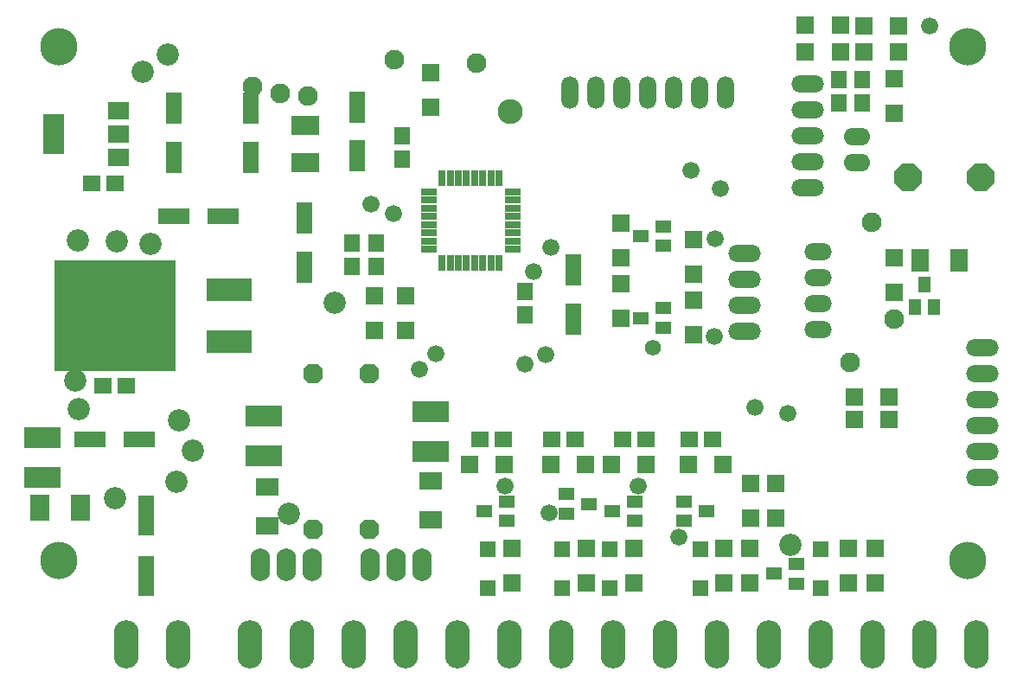
<source format=gbr>
G04 DesignSpark PCB Gerber Version 11.0 Build 5877*
G04 #@! TF.Part,Single*
G04 #@! TF.FileFunction,Soldermask,Top*
G04 #@! TF.FilePolarity,Negative*
%FSLAX35Y35*%
%MOIN*%
G04 #@! TA.AperFunction,ComponentPad*
%ADD135O,0.06600X0.12600*%
%ADD134O,0.07600X0.12600*%
%ADD112O,0.09600X0.18600*%
G04 #@! TA.AperFunction,SMDPad,CuDef*
%ADD121R,0.02600X0.06400*%
%ADD130R,0.04537X0.06112*%
%ADD117R,0.06100X0.06600*%
%ADD116R,0.06112X0.12411*%
%ADD111R,0.06112X0.15561*%
%ADD129R,0.06900X0.08600*%
%ADD113R,0.07687X0.10049*%
%ADD126R,0.06112X0.06112*%
%ADD127R,0.06506X0.06506*%
%ADD122R,0.06900X0.06900*%
G04 #@! TA.AperFunction,ViaPad*
%ADD105C,0.06200*%
%ADD107C,0.06600*%
%ADD104C,0.07600*%
%ADD106C,0.08600*%
G04 #@! TA.AperFunction,ComponentPad*
%ADD123O,0.10300X0.06600*%
%ADD136O,0.10600X0.06600*%
%ADD118O,0.12600X0.06600*%
G04 #@! TA.AperFunction,SMDPad,CuDef*
%ADD120R,0.06400X0.02600*%
%ADD125R,0.06112X0.04537*%
%ADD109R,0.06600X0.06100*%
%ADD110R,0.12411X0.06112*%
%ADD114R,0.08474X0.06506*%
%ADD131R,0.08600X0.06900*%
%ADD119R,0.10800X0.07600*%
%ADD133R,0.13986X0.08080*%
%ADD137R,0.17600X0.08600*%
G04 #@! TA.AperFunction,WasherPad*
%ADD108C,0.09600*%
G04 #@! TA.AperFunction,SMDPad,CuDef*
%ADD115R,0.08474X0.15561*%
G04 #@! TA.AperFunction,ComponentPad*
%ADD124C,0.14392*%
%AMT132*0 Octagon Pad at angle 0*4,1,8,-0.01573,-0.03800,0.01573,-0.03800,0.03800,-0.01573,0.03800,0.01573,0.01573,0.03800,-0.01573,0.03800,-0.03800,0.01573,-0.03800,-0.01573,-0.01573,-0.03800,0*%
%ADD132T132*%
%AMT128*0 Octagon Pad at angle 0*4,1,8,-0.02195,-0.05300,0.02195,-0.05300,0.05300,-0.02195,0.05300,0.02195,0.02195,0.05300,-0.02195,0.05300,-0.05300,0.02195,-0.05300,-0.02195,-0.02195,-0.05300,0*%
%ADD128T128*%
G04 #@! TA.AperFunction,SMDPad,CuDef*
%ADD138R,0.46600X0.42600*%
G04 #@! TD.AperFunction*
X0Y0D02*
D02*
D104*
X92650Y252200D03*
X103350Y249600D03*
X114150Y248500D03*
X147350Y262500D03*
X178950Y261300D03*
X322950Y146000D03*
X331450Y200100D03*
X339950Y162600D03*
D02*
D105*
X246950Y151600D03*
D02*
D106*
X24450Y138800D03*
X25350Y193100D03*
X25650Y128100D03*
X39750Y93600D03*
X40250Y192600D03*
X50250Y257900D03*
X53350Y191600D03*
X60050Y264700D03*
X63450Y100100D03*
X64350Y123500D03*
X69650Y112100D03*
X106850Y87700D03*
X124250Y169100D03*
X300150Y75600D03*
D02*
D107*
X138350Y206800D03*
X147150Y203200D03*
X157050Y143200D03*
X163250Y149200D03*
X190050Y98300D03*
X197750Y145200D03*
X201050Y180800D03*
X205550Y149000D03*
X207050Y88100D03*
X207650Y190300D03*
X241250Y98200D03*
X257150Y78700D03*
X261850Y219800D03*
X270750Y155900D03*
X271150Y193700D03*
X272950Y213000D03*
X286450Y128600D03*
X299050Y126200D03*
X353850Y275600D03*
D02*
D108*
X192050Y242700D03*
D02*
D109*
X30850Y214800D03*
X35050Y136800D03*
X39850Y214800D03*
X44050Y136800D03*
X180450Y116200D03*
X189450D03*
X208050D03*
X217050D03*
X235250D03*
X244250D03*
X261050D03*
X270050D03*
D02*
D110*
X30001Y116300D03*
X48899D03*
X62401Y202300D03*
X81299D03*
D02*
D111*
X51850Y63489D03*
Y87111D03*
D02*
D112*
X44050Y37200D03*
X64050D03*
X91850D03*
X111850D03*
X131850D03*
X151850D03*
X171850D03*
X191850D03*
X211850D03*
X231850D03*
X251850D03*
X271850D03*
X291850D03*
X311850D03*
X331850D03*
X351850D03*
X371850D03*
D02*
D113*
X10578Y89800D03*
X26522D03*
D02*
D114*
X40952Y224945D03*
Y234000D03*
Y243055D03*
D02*
D115*
X16148Y234000D03*
D02*
D116*
X62250Y224951D03*
Y243849D03*
X91950Y224951D03*
Y243849D03*
X112650Y182751D03*
Y201649D03*
X132950Y225451D03*
Y244349D03*
X216250Y162651D03*
Y181549D03*
D02*
D117*
X130950Y182900D03*
Y191900D03*
X140250Y182900D03*
Y191900D03*
X150350Y224300D03*
Y233300D03*
X197750Y164200D03*
Y173200D03*
X318650Y246000D03*
Y255000D03*
X327850Y246000D03*
Y255000D03*
D02*
D118*
X282450Y157800D03*
Y167800D03*
Y177800D03*
Y187800D03*
X306550Y213200D03*
Y223200D03*
Y233200D03*
Y243200D03*
Y253200D03*
X374150Y101600D03*
Y111600D03*
Y121600D03*
Y131600D03*
Y141600D03*
Y151600D03*
D02*
D119*
X113050Y223100D03*
Y237300D03*
D02*
D120*
X160533Y189576D03*
Y192726D03*
Y195876D03*
Y199025D03*
Y202175D03*
Y205324D03*
Y208474D03*
Y211624D03*
X192967Y189576D03*
Y192726D03*
Y195876D03*
Y199025D03*
Y202175D03*
Y205324D03*
Y208474D03*
Y211624D03*
D02*
D121*
X165726Y184383D03*
Y216817D03*
X168876Y184383D03*
Y216817D03*
X172026Y184383D03*
Y216817D03*
X175175Y184383D03*
Y216817D03*
X178325Y184383D03*
Y216817D03*
X181474Y184383D03*
Y216817D03*
X184624Y184383D03*
Y216817D03*
X187774Y184383D03*
Y216817D03*
D02*
D122*
X139750Y158200D03*
Y171600D03*
X151750Y158200D03*
Y171600D03*
X161450Y244200D03*
Y257600D03*
X176350Y106500D03*
X189750D03*
X192850Y60800D03*
Y74200D03*
X207650Y106500D03*
X221050D03*
X221350Y60800D03*
Y74200D03*
X230950Y106500D03*
X234650Y163000D03*
Y176400D03*
Y186200D03*
Y199600D03*
X239750Y60800D03*
Y74200D03*
X244350Y106500D03*
X260550D03*
X262650Y156500D03*
Y169900D03*
Y180000D03*
Y193400D03*
X273950Y106500D03*
X274250Y60800D03*
Y74200D03*
X284450Y60800D03*
Y74200D03*
X284550Y86000D03*
Y99400D03*
X294450Y86000D03*
Y99400D03*
X322250Y60800D03*
Y74200D03*
X324550Y123800D03*
X324650Y132700D03*
X328250Y265700D03*
Y275500D03*
X332750Y60800D03*
Y74200D03*
X337950Y123800D03*
X338050Y132700D03*
X339950Y172800D03*
Y186200D03*
X340150Y241800D03*
Y255200D03*
X341650Y265700D03*
Y275500D03*
D02*
D123*
X325850Y222800D03*
Y232800D03*
D02*
D124*
X18150Y69500D03*
Y267500D03*
X368450Y69500D03*
Y267500D03*
D02*
D125*
X182119Y88700D03*
X190781Y84960D03*
Y92440D03*
X213719Y87660D03*
Y95140D03*
X222381Y91400D03*
X231519Y88700D03*
X240181Y84960D03*
Y92440D03*
X242419Y163100D03*
Y194600D03*
X251081Y159360D03*
Y166840D03*
Y190860D03*
Y198340D03*
X259119Y84960D03*
Y92440D03*
X267781Y88700D03*
X293719Y64500D03*
X302381Y60760D03*
Y68240D03*
D02*
D126*
X183450Y59020D03*
Y73980D03*
X211950Y59020D03*
Y73980D03*
X230250Y59020D03*
Y73980D03*
X265350Y59020D03*
Y73980D03*
X311850Y59020D03*
Y73980D03*
D02*
D127*
X305560Y265700D03*
Y276000D03*
X319340Y265700D03*
Y276000D03*
D02*
D128*
X345250Y217200D03*
X373250D03*
D02*
D129*
X350150Y185400D03*
X365150D03*
D02*
D130*
X348010Y167169D03*
X351750Y175831D03*
X355490Y167169D03*
D02*
D131*
X98250Y83100D03*
Y98100D03*
X161450Y85400D03*
Y100400D03*
D02*
D132*
X116050Y81500D03*
Y141500D03*
X137850Y81500D03*
Y141500D03*
D02*
D133*
X11750Y101723D03*
Y117077D03*
X96950Y109823D03*
Y125177D03*
X161350Y111523D03*
Y126877D03*
D02*
D134*
X95850Y68100D03*
X105850D03*
X115850D03*
X137950D03*
X147950D03*
X157950D03*
D02*
D135*
X214950Y249800D03*
X224950D03*
X234950D03*
X244950D03*
X254950D03*
X264950D03*
X274950D03*
D02*
D136*
X310750Y158700D03*
Y168700D03*
Y178700D03*
Y188700D03*
D02*
D137*
X83650Y154100D03*
Y174100D03*
D02*
D138*
X39650Y164100D03*
X0Y0D02*
M02*

</source>
